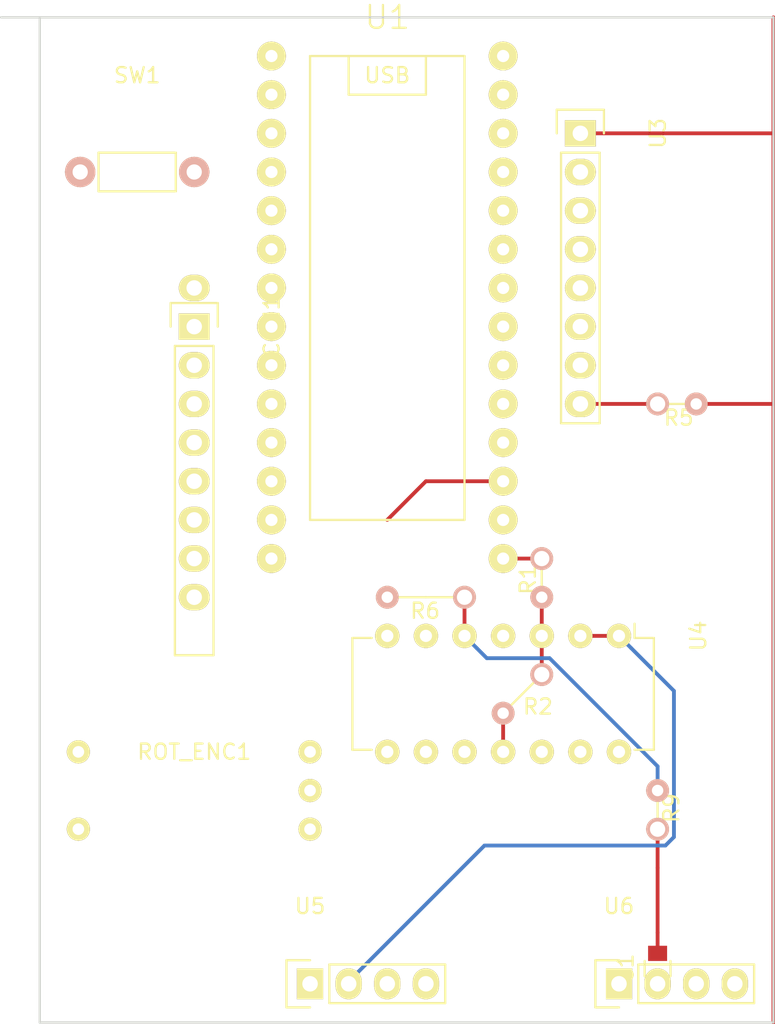
<source format=kicad_pcb>
(kicad_pcb (version 4) (host pcbnew "(2016-06-01 BZR 6866)-product")

  (general
    (links 40)
    (no_connects 28)
    (area 149.784999 12.624999 200.735001 78.815001)
    (thickness 1.6)
    (drawings 5)
    (tracks 29)
    (zones 0)
    (modules 14)
    (nets 27)
  )

  (page A4)
  (layers
    (0 F.Cu signal)
    (31 B.Cu signal)
    (32 B.Adhes user)
    (33 F.Adhes user)
    (34 B.Paste user)
    (35 F.Paste user)
    (36 B.SilkS user)
    (37 F.SilkS user)
    (38 B.Mask user)
    (39 F.Mask user)
    (40 Dwgs.User user)
    (41 Cmts.User user)
    (42 Eco1.User user)
    (43 Eco2.User user)
    (44 Edge.Cuts user)
    (45 Margin user)
    (46 B.CrtYd user)
    (47 F.CrtYd user)
    (48 B.Fab user)
    (49 F.Fab user)
  )

  (setup
    (last_trace_width 0.25)
    (trace_clearance 0.2)
    (zone_clearance 0.508)
    (zone_45_only no)
    (trace_min 0.2)
    (segment_width 0.2)
    (edge_width 0.15)
    (via_size 0.6)
    (via_drill 0.4)
    (via_min_size 0.4)
    (via_min_drill 0.3)
    (uvia_size 0.3)
    (uvia_drill 0.1)
    (uvias_allowed no)
    (uvia_min_size 0.2)
    (uvia_min_drill 0.1)
    (pcb_text_width 0.3)
    (pcb_text_size 1.5 1.5)
    (mod_edge_width 0.15)
    (mod_text_size 1 1)
    (mod_text_width 0.15)
    (pad_size 1.99898 1.99898)
    (pad_drill 1.00076)
    (pad_to_mask_clearance 0.2)
    (aux_axis_origin 0 0)
    (visible_elements 7FFFF7FF)
    (pcbplotparams
      (layerselection 0x00030_ffffffff)
      (usegerberextensions false)
      (excludeedgelayer true)
      (linewidth 0.100000)
      (plotframeref false)
      (viasonmask false)
      (mode 1)
      (useauxorigin false)
      (hpglpennumber 1)
      (hpglpenspeed 20)
      (hpglpendiameter 15)
      (psnegative false)
      (psa4output false)
      (plotreference true)
      (plotvalue true)
      (plotinvisibletext false)
      (padsonsilk false)
      (subtractmaskfromsilk false)
      (outputformat 1)
      (mirror false)
      (drillshape 1)
      (scaleselection 1)
      (outputdirectory ""))
  )

  (net 0 "")
  (net 1 "Net-(C1-Pad1)")
  (net 2 "Net-(C1-Pad2)")
  (net 3 "Net-(CON1-Pad1)")
  (net 4 "Net-(CON1-Pad2)")
  (net 5 GND)
  (net 6 +3V3)
  (net 7 "Net-(CON1-Pad7)")
  (net 8 "Net-(R1-Pad1)")
  (net 9 "Net-(R1-Pad2)")
  (net 10 "Net-(R3-Pad2)")
  (net 11 "Net-(SW1-Pad2)")
  (net 12 "Net-(U1-Pad18)")
  (net 13 "Net-(U1-Pad19)")
  (net 14 "Net-(U1-Pad20)")
  (net 15 "Net-(U1-Pad21)")
  (net 16 "Net-(U1-Pad22)")
  (net 17 "Net-(U4-Pad1)")
  (net 18 "Net-(R7-Pad1)")
  (net 19 SCLK)
  (net 20 e2)
  (net 21 e1)
  (net 22 eb)
  (net 23 "Net-(R6-Pad1)")
  (net 24 GNDREF)
  (net 25 "Net-(R6-Pad2)")
  (net 26 "Net-(R5-Pad1)")

  (net_class Default "This is the default net class."
    (clearance 0.2)
    (trace_width 0.25)
    (via_dia 0.6)
    (via_drill 0.4)
    (uvia_dia 0.3)
    (uvia_drill 0.1)
    (add_net +3V3)
    (add_net GND)
    (add_net GNDREF)
    (add_net "Net-(C1-Pad1)")
    (add_net "Net-(C1-Pad2)")
    (add_net "Net-(CON1-Pad1)")
    (add_net "Net-(CON1-Pad2)")
    (add_net "Net-(CON1-Pad7)")
    (add_net "Net-(R1-Pad1)")
    (add_net "Net-(R1-Pad2)")
    (add_net "Net-(R3-Pad2)")
    (add_net "Net-(R5-Pad1)")
    (add_net "Net-(R6-Pad1)")
    (add_net "Net-(R6-Pad2)")
    (add_net "Net-(R7-Pad1)")
    (add_net "Net-(SW1-Pad2)")
    (add_net "Net-(U1-Pad18)")
    (add_net "Net-(U1-Pad19)")
    (add_net "Net-(U1-Pad20)")
    (add_net "Net-(U1-Pad21)")
    (add_net "Net-(U1-Pad22)")
    (add_net "Net-(U4-Pad1)")
    (add_net SCLK)
    (add_net e1)
    (add_net e2)
    (add_net eb)
  )

  (module atom:Resistor_Breadboard (layer F.Cu) (tedit 57541A3A) (tstamp 57541AF9)
    (at 185.42 50.8 270)
    (descr "Resistor, Vertical, RM 7.5mm,")
    (tags "Resistor, Vertical, RM 7.5mm,")
    (path /574CD076)
    (fp_text reference R1 (at -1.15 0.91 270) (layer F.SilkS)
      (effects (font (size 1 1) (thickness 0.15)))
    )
    (fp_text value R (at -1.19 -0.78 270) (layer F.Fab)
      (effects (font (size 1 1) (thickness 0.15)))
    )
    (fp_line (start -2.54 0) (end 0 0) (layer F.SilkS) (width 0.15))
    (pad 1 thru_hole circle (at -2.54 0 270) (size 1.5 1.5) (drill 1.00076) (layers *.Cu *.SilkS *.Mask)
      (net 8 "Net-(R1-Pad1)"))
    (pad 2 thru_hole circle (at 0 0 270) (size 1.5 1.5) (drill 0.75) (layers *.Cu *.SilkS *.Mask)
      (net 9 "Net-(R1-Pad2)"))
  )

  (module atom:Resistor_Breadboard-diag (layer F.Cu) (tedit 57541CB0) (tstamp 57541AFF)
    (at 182.88 58.42 180)
    (descr "Resistor, Vertical, RM 7.5mm,")
    (tags "Resistor, Vertical, RM 7.5mm,")
    (path /574CD0E4)
    (fp_text reference R2 (at -2.29 0.43 180) (layer F.SilkS)
      (effects (font (size 1 1) (thickness 0.15)))
    )
    (fp_text value R (at -0.67 1.89 180) (layer F.Fab)
      (effects (font (size 1 1) (thickness 0.15)))
    )
    (fp_line (start 0 0) (end -2.54 2.54) (layer F.SilkS) (width 0.15))
    (pad 1 thru_hole circle (at -2.54 2.54 180) (size 1.5 1.5) (drill 1.00076) (layers *.Cu *.SilkS *.Mask)
      (net 9 "Net-(R1-Pad2)"))
    (pad 2 thru_hole circle (at 0 0 180) (size 1.5 1.5) (drill 0.75) (layers *.Cu *.SilkS *.Mask)
      (net 5 GND))
  )

  (module atom:Resistor_Breadboard (layer F.Cu) (tedit 57541A3A) (tstamp 57541B11)
    (at 195.58 38.1)
    (descr "Resistor, Vertical, RM 7.5mm,")
    (tags "Resistor, Vertical, RM 7.5mm,")
    (path /575472B2)
    (fp_text reference R5 (at -1.15 0.91) (layer F.SilkS)
      (effects (font (size 1 1) (thickness 0.15)))
    )
    (fp_text value R (at -1.19 -0.78) (layer F.Fab)
      (effects (font (size 1 1) (thickness 0.15)))
    )
    (fp_line (start -2.54 0) (end 0 0) (layer F.SilkS) (width 0.15))
    (pad 1 thru_hole circle (at -2.54 0) (size 1.5 1.5) (drill 1.00076) (layers *.Cu *.SilkS *.Mask)
      (net 26 "Net-(R5-Pad1)"))
    (pad 2 thru_hole circle (at 0 0) (size 1.5 1.5) (drill 0.75) (layers *.Cu *.SilkS *.Mask)
      (net 6 +3V3))
  )

  (module atom:Resistor_Breadboard (layer F.Cu) (tedit 57541A3A) (tstamp 57541B29)
    (at 193.04 63.5 90)
    (descr "Resistor, Vertical, RM 7.5mm,")
    (tags "Resistor, Vertical, RM 7.5mm,")
    (path /574E24ED)
    (fp_text reference R9 (at -1.15 0.91 90) (layer F.SilkS)
      (effects (font (size 1 1) (thickness 0.15)))
    )
    (fp_text value 10k (at -1.19 -0.78 90) (layer F.Fab)
      (effects (font (size 1 1) (thickness 0.15)))
    )
    (fp_line (start -2.54 0) (end 0 0) (layer F.SilkS) (width 0.15))
    (pad 1 thru_hole circle (at -2.54 0 90) (size 1.5 1.5) (drill 1.00076) (layers *.Cu *.SilkS *.Mask)
      (net 2 "Net-(C1-Pad2)"))
    (pad 2 thru_hole circle (at 0 0 90) (size 1.5 1.5) (drill 0.75) (layers *.Cu *.SilkS *.Mask)
      (net 23 "Net-(R6-Pad1)"))
  )

  (module atom:Resistor_Vertical_RM7.5mm-noCircle (layer F.Cu) (tedit 574E08FA) (tstamp 574E0CAD)
    (at 158.80842 22.86)
    (descr "Resistor, Vertical, RM 7.5mm,")
    (tags "Resistor, Vertical, RM 7.5mm,")
    (path /574C981C)
    (fp_text reference SW1 (at 0 -6.35) (layer F.SilkS)
      (effects (font (size 1 1) (thickness 0.15)))
    )
    (fp_text value BACK (at 0 7.50062) (layer F.Fab)
      (effects (font (size 1 1) (thickness 0.15)))
    )
    (fp_line (start -2.54 -1.27) (end 2.54 -1.27) (layer F.SilkS) (width 0.15))
    (fp_line (start -2.54 1.27) (end -2.54 -1.27) (layer F.SilkS) (width 0.15))
    (fp_line (start 2.54 1.27) (end -2.54 1.27) (layer F.SilkS) (width 0.15))
    (fp_line (start 2.54 -1.27) (end 2.54 1.27) (layer F.SilkS) (width 0.15))
    (pad 1 thru_hole circle (at -3.74904 0) (size 1.99898 1.99898) (drill 1.00076) (layers *.Cu *.SilkS *.Mask)
      (net 5 GND))
    (pad 2 thru_hole circle (at 3.75158 0) (size 1.99898 1.99898) (drill 1.00076) (layers *.Cu *.SilkS *.Mask)
      (net 11 "Net-(SW1-Pad2)"))
  )

  (module Capacitors_SMD:C_0805 (layer F.Cu) (tedit 5415D6EA) (tstamp 57541AF3)
    (at 193.04 75.2 90)
    (descr "Capacitor SMD 0805, reflow soldering, AVX (see smccp.pdf)")
    (tags "capacitor 0805")
    (path /5754CA1E)
    (attr smd)
    (fp_text reference C1 (at 0 -2.1 90) (layer F.SilkS)
      (effects (font (size 1 1) (thickness 0.15)))
    )
    (fp_text value 100n (at 0 2.1 90) (layer F.Fab)
      (effects (font (size 1 1) (thickness 0.15)))
    )
    (fp_line (start -1.8 -1) (end 1.8 -1) (layer F.CrtYd) (width 0.05))
    (fp_line (start -1.8 1) (end 1.8 1) (layer F.CrtYd) (width 0.05))
    (fp_line (start -1.8 -1) (end -1.8 1) (layer F.CrtYd) (width 0.05))
    (fp_line (start 1.8 -1) (end 1.8 1) (layer F.CrtYd) (width 0.05))
    (fp_line (start 0.5 -0.85) (end -0.5 -0.85) (layer F.SilkS) (width 0.15))
    (fp_line (start -0.5 0.85) (end 0.5 0.85) (layer F.SilkS) (width 0.15))
    (pad 1 smd rect (at -1 0 90) (size 1 1.25) (layers F.Cu F.Paste F.Mask)
      (net 1 "Net-(C1-Pad1)"))
    (pad 2 smd rect (at 1 0 90) (size 1 1.25) (layers F.Cu F.Paste F.Mask)
      (net 2 "Net-(C1-Pad2)"))
    (model Capacitors_SMD.3dshapes/C_0805.wrl
      (at (xyz 0 0 0))
      (scale (xyz 1 1 1))
      (rotate (xyz 0 0 0))
    )
  )

  (module Housings_DIP:DIP-14_W7.62mm (layer F.Cu) (tedit 54130A77) (tstamp 57541B41)
    (at 190.5 53.34 270)
    (descr "14-lead dip package, row spacing 7.62 mm (300 mils)")
    (tags "dil dip 2.54 300")
    (path /574CA9EE)
    (fp_text reference U4 (at 0 -5.22 270) (layer F.SilkS)
      (effects (font (size 1 1) (thickness 0.15)))
    )
    (fp_text value TLC274 (at 0 -3.72 270) (layer F.Fab)
      (effects (font (size 1 1) (thickness 0.15)))
    )
    (fp_line (start -1.05 -2.45) (end -1.05 17.7) (layer F.CrtYd) (width 0.05))
    (fp_line (start 8.65 -2.45) (end 8.65 17.7) (layer F.CrtYd) (width 0.05))
    (fp_line (start -1.05 -2.45) (end 8.65 -2.45) (layer F.CrtYd) (width 0.05))
    (fp_line (start -1.05 17.7) (end 8.65 17.7) (layer F.CrtYd) (width 0.05))
    (fp_line (start 0.135 -2.295) (end 0.135 -1.025) (layer F.SilkS) (width 0.15))
    (fp_line (start 7.485 -2.295) (end 7.485 -1.025) (layer F.SilkS) (width 0.15))
    (fp_line (start 7.485 17.535) (end 7.485 16.265) (layer F.SilkS) (width 0.15))
    (fp_line (start 0.135 17.535) (end 0.135 16.265) (layer F.SilkS) (width 0.15))
    (fp_line (start 0.135 -2.295) (end 7.485 -2.295) (layer F.SilkS) (width 0.15))
    (fp_line (start 0.135 17.535) (end 7.485 17.535) (layer F.SilkS) (width 0.15))
    (fp_line (start 0.135 -1.025) (end -0.8 -1.025) (layer F.SilkS) (width 0.15))
    (pad 1 thru_hole oval (at 0 0 270) (size 1.6 1.6) (drill 0.8) (layers *.Cu *.Mask F.SilkS)
      (net 17 "Net-(U4-Pad1)"))
    (pad 2 thru_hole oval (at 0 2.54 270) (size 1.6 1.6) (drill 0.8) (layers *.Cu *.Mask F.SilkS)
      (net 17 "Net-(U4-Pad1)"))
    (pad 3 thru_hole oval (at 0 5.08 270) (size 1.6 1.6) (drill 0.8) (layers *.Cu *.Mask F.SilkS)
      (net 9 "Net-(R1-Pad2)"))
    (pad 4 thru_hole oval (at 0 7.62 270) (size 1.6 1.6) (drill 0.8) (layers *.Cu *.Mask F.SilkS)
      (net 6 +3V3))
    (pad 5 thru_hole oval (at 0 10.16 270) (size 1.6 1.6) (drill 0.8) (layers *.Cu *.Mask F.SilkS)
      (net 23 "Net-(R6-Pad1)"))
    (pad 6 thru_hole oval (at 0 12.7 270) (size 1.6 1.6) (drill 0.8) (layers *.Cu *.Mask F.SilkS)
      (net 18 "Net-(R7-Pad1)"))
    (pad 7 thru_hole oval (at 0 15.24 270) (size 1.6 1.6) (drill 0.8) (layers *.Cu *.Mask F.SilkS)
      (net 25 "Net-(R6-Pad2)"))
    (pad 8 thru_hole oval (at 7.62 15.24 270) (size 1.6 1.6) (drill 0.8) (layers *.Cu *.Mask F.SilkS)
      (net 24 GNDREF))
    (pad 9 thru_hole oval (at 7.62 12.7 270) (size 1.6 1.6) (drill 0.8) (layers *.Cu *.Mask F.SilkS)
      (net 24 GNDREF))
    (pad 10 thru_hole oval (at 7.62 10.16 270) (size 1.6 1.6) (drill 0.8) (layers *.Cu *.Mask F.SilkS)
      (net 10 "Net-(R3-Pad2)"))
    (pad 11 thru_hole oval (at 7.62 7.62 270) (size 1.6 1.6) (drill 0.8) (layers *.Cu *.Mask F.SilkS)
      (net 5 GND))
    (pad 12 thru_hole oval (at 7.62 5.08 270) (size 1.6 1.6) (drill 0.8) (layers *.Cu *.Mask F.SilkS))
    (pad 13 thru_hole oval (at 7.62 2.54 270) (size 1.6 1.6) (drill 0.8) (layers *.Cu *.Mask F.SilkS))
    (pad 14 thru_hole oval (at 7.62 0 270) (size 1.6 1.6) (drill 0.8) (layers *.Cu *.Mask F.SilkS))
    (model Housings_DIP.3dshapes/DIP-14_W7.62mm.wrl
      (at (xyz 0 0 0))
      (scale (xyz 1 1 1))
      (rotate (xyz 0 0 0))
    )
  )

  (module Socket_Strips:Socket_Strip_Straight_1x04 (layer F.Cu) (tedit 0) (tstamp 57541B49)
    (at 170.18 76.2)
    (descr "Through hole socket strip")
    (tags "socket strip")
    (path /574CA961)
    (fp_text reference U5 (at 0 -5.1) (layer F.SilkS)
      (effects (font (size 1 1) (thickness 0.15)))
    )
    (fp_text value monoAudio (at 0 -3.1) (layer F.Fab)
      (effects (font (size 1 1) (thickness 0.15)))
    )
    (fp_line (start -1.75 -1.75) (end -1.75 1.75) (layer F.CrtYd) (width 0.05))
    (fp_line (start 9.4 -1.75) (end 9.4 1.75) (layer F.CrtYd) (width 0.05))
    (fp_line (start -1.75 -1.75) (end 9.4 -1.75) (layer F.CrtYd) (width 0.05))
    (fp_line (start -1.75 1.75) (end 9.4 1.75) (layer F.CrtYd) (width 0.05))
    (fp_line (start 1.27 -1.27) (end 8.89 -1.27) (layer F.SilkS) (width 0.15))
    (fp_line (start 1.27 1.27) (end 8.89 1.27) (layer F.SilkS) (width 0.15))
    (fp_line (start -1.55 1.55) (end 0 1.55) (layer F.SilkS) (width 0.15))
    (fp_line (start 8.89 -1.27) (end 8.89 1.27) (layer F.SilkS) (width 0.15))
    (fp_line (start 1.27 1.27) (end 1.27 -1.27) (layer F.SilkS) (width 0.15))
    (fp_line (start 0 -1.55) (end -1.55 -1.55) (layer F.SilkS) (width 0.15))
    (fp_line (start -1.55 -1.55) (end -1.55 1.55) (layer F.SilkS) (width 0.15))
    (pad 1 thru_hole rect (at 0 0) (size 1.7272 2.032) (drill 1.016) (layers *.Cu *.Mask F.SilkS)
      (net 5 GND))
    (pad 2 thru_hole oval (at 2.54 0) (size 1.7272 2.032) (drill 1.016) (layers *.Cu *.Mask F.SilkS)
      (net 17 "Net-(U4-Pad1)"))
    (pad 3 thru_hole oval (at 5.08 0) (size 1.7272 2.032) (drill 1.016) (layers *.Cu *.Mask F.SilkS))
    (pad 4 thru_hole oval (at 7.62 0) (size 1.7272 2.032) (drill 1.016) (layers *.Cu *.Mask F.SilkS))
    (model Socket_Strips.3dshapes/Socket_Strip_Straight_1x04.wrl
      (at (xyz 0.15 0 0))
      (scale (xyz 1 1 1))
      (rotate (xyz 0 0 180))
    )
  )

  (module Socket_Strips:Socket_Strip_Straight_1x04 (layer F.Cu) (tedit 0) (tstamp 57541B51)
    (at 190.5 76.2)
    (descr "Through hole socket strip")
    (tags "socket strip")
    (path /574CA9AE)
    (fp_text reference U6 (at 0 -5.1) (layer F.SilkS)
      (effects (font (size 1 1) (thickness 0.15)))
    )
    (fp_text value monoAudio (at 0 -3.1) (layer F.Fab)
      (effects (font (size 1 1) (thickness 0.15)))
    )
    (fp_line (start -1.75 -1.75) (end -1.75 1.75) (layer F.CrtYd) (width 0.05))
    (fp_line (start 9.4 -1.75) (end 9.4 1.75) (layer F.CrtYd) (width 0.05))
    (fp_line (start -1.75 -1.75) (end 9.4 -1.75) (layer F.CrtYd) (width 0.05))
    (fp_line (start -1.75 1.75) (end 9.4 1.75) (layer F.CrtYd) (width 0.05))
    (fp_line (start 1.27 -1.27) (end 8.89 -1.27) (layer F.SilkS) (width 0.15))
    (fp_line (start 1.27 1.27) (end 8.89 1.27) (layer F.SilkS) (width 0.15))
    (fp_line (start -1.55 1.55) (end 0 1.55) (layer F.SilkS) (width 0.15))
    (fp_line (start 8.89 -1.27) (end 8.89 1.27) (layer F.SilkS) (width 0.15))
    (fp_line (start 1.27 1.27) (end 1.27 -1.27) (layer F.SilkS) (width 0.15))
    (fp_line (start 0 -1.55) (end -1.55 -1.55) (layer F.SilkS) (width 0.15))
    (fp_line (start -1.55 -1.55) (end -1.55 1.55) (layer F.SilkS) (width 0.15))
    (pad 1 thru_hole rect (at 0 0) (size 1.7272 2.032) (drill 1.016) (layers *.Cu *.Mask F.SilkS)
      (net 5 GND))
    (pad 2 thru_hole oval (at 2.54 0) (size 1.7272 2.032) (drill 1.016) (layers *.Cu *.Mask F.SilkS)
      (net 1 "Net-(C1-Pad1)"))
    (pad 3 thru_hole oval (at 5.08 0) (size 1.7272 2.032) (drill 1.016) (layers *.Cu *.Mask F.SilkS))
    (pad 4 thru_hole oval (at 7.62 0) (size 1.7272 2.032) (drill 1.016) (layers *.Cu *.Mask F.SilkS))
    (model Socket_Strips.3dshapes/Socket_Strip_Straight_1x04.wrl
      (at (xyz 0.15 0 0))
      (scale (xyz 1 1 1))
      (rotate (xyz 0 0 180))
    )
  )

  (module atom:RotaryEnc (layer F.Cu) (tedit 574DF37A) (tstamp 574DF65B)
    (at 162.56 63.5 180)
    (path /574DB1FB)
    (fp_text reference ROT_ENC1 (at 0 2.54 180) (layer F.SilkS)
      (effects (font (size 1 1) (thickness 0.15)))
    )
    (fp_text value AB2_ROTARY_ENCODER_W_SW (at 0 -2.54 180) (layer F.Fab)
      (effects (font (size 1 1) (thickness 0.15)))
    )
    (pad 1 thru_hole circle (at -7.62 -2.54 180) (size 1.524 1.524) (drill 0.762) (layers *.Cu *.Mask F.SilkS)
      (net 20 e2))
    (pad 2 thru_hole circle (at -7.62 0 180) (size 1.524 1.524) (drill 0.762) (layers *.Cu *.Mask F.SilkS)
      (net 5 GND))
    (pad 3 thru_hole circle (at -7.62 2.54 180) (size 1.524 1.524) (drill 0.762) (layers *.Cu *.Mask F.SilkS)
      (net 21 e1))
    (pad 4 thru_hole circle (at 7.62 -2.54 180) (size 1.524 1.524) (drill 0.762) (layers *.Cu *.Mask F.SilkS)
      (net 5 GND))
    (pad 5 thru_hole circle (at 7.62 2.54 180) (size 1.524 1.524) (drill 0.762) (layers *.Cu *.Mask F.SilkS)
      (net 22 eb))
  )

  (module Teensy-3:Teensy-3.1 (layer F.Cu) (tedit 574DF648) (tstamp 574DF687)
    (at 167.64 17.78 270)
    (path /574C7C69)
    (fp_text reference U1 (at -5.08 -7.62) (layer F.SilkS)
      (effects (font (size 1.5 1.5) (thickness 0.15)))
    )
    (fp_text value Teensy_3.1 (at 5.08 -10.16 270) (layer F.Fab)
      (effects (font (size 1.5 1.5) (thickness 0.15)))
    )
    (fp_text user USB (at -1.27 -7.62) (layer F.SilkS)
      (effects (font (size 1 1) (thickness 0.15)))
    )
    (fp_line (start -2.54 -5.08) (end 0 -5.08) (layer F.SilkS) (width 0.15))
    (fp_line (start 0 -5.08) (end 0 -10.16) (layer F.SilkS) (width 0.15))
    (fp_line (start 0 -10.16) (end -2.54 -10.16) (layer F.SilkS) (width 0.15))
    (fp_line (start -2.54 -12.7) (end 27.94 -12.7) (layer F.SilkS) (width 0.15))
    (fp_line (start 27.94 -12.7) (end 27.94 -2.54) (layer F.SilkS) (width 0.15))
    (fp_line (start 27.94 -2.54) (end -2.54 -2.54) (layer F.SilkS) (width 0.15))
    (fp_line (start -2.54 -2.54) (end -2.54 -12.7) (layer F.SilkS) (width 0.15))
    (pad 0 thru_hole circle (at 0 0 270) (size 1.9 1.9) (drill 0.8) (layers *.Cu *.Mask F.SilkS))
    (pad 1 thru_hole circle (at 2.54 0 270) (size 1.9 1.9) (drill 0.8) (layers *.Cu *.Mask F.SilkS))
    (pad 2 thru_hole circle (at 5.08 0 270) (size 1.9 1.9) (drill 0.8) (layers *.Cu *.Mask F.SilkS)
      (net 11 "Net-(SW1-Pad2)"))
    (pad 3 thru_hole circle (at 7.62 0 270) (size 1.9 1.9) (drill 0.8) (layers *.Cu *.Mask F.SilkS))
    (pad 4 thru_hole circle (at 10.16 0 270) (size 1.9 1.9) (drill 0.8) (layers *.Cu *.Mask F.SilkS))
    (pad 5 thru_hole circle (at 12.7 0 270) (size 1.9 1.9) (drill 0.8) (layers *.Cu *.Mask F.SilkS))
    (pad 6 thru_hole circle (at 15.24 0 270) (size 1.9 1.9) (drill 0.8) (layers *.Cu *.Mask F.SilkS)
      (net 3 "Net-(CON1-Pad1)"))
    (pad 7 thru_hole circle (at 17.78 0 270) (size 1.9 1.9) (drill 0.8) (layers *.Cu *.Mask F.SilkS)
      (net 4 "Net-(CON1-Pad2)"))
    (pad 8 thru_hole circle (at 20.32 0 270) (size 1.9 1.9) (drill 0.8) (layers *.Cu *.Mask F.SilkS))
    (pad 9 thru_hole circle (at 22.86 0 270) (size 1.9 1.9) (drill 0.8) (layers *.Cu *.Mask F.SilkS)
      (net 21 e1))
    (pad 10 thru_hole circle (at 25.4 0 270) (size 1.9 1.9) (drill 0.8) (layers *.Cu *.Mask F.SilkS)
      (net 20 e2))
    (pad 11 thru_hole circle (at 27.94 0 270) (size 1.9 1.9) (drill 0.8) (layers *.Cu *.Mask F.SilkS)
      (net 22 eb))
    (pad 12 thru_hole circle (at 30.48 0 270) (size 1.9 1.9) (drill 0.8) (layers *.Cu *.Mask F.SilkS)
      (net 7 "Net-(CON1-Pad7)"))
    (pad 13 thru_hole circle (at 30.48 -15.24 270) (size 1.9 1.9) (drill 0.8) (layers *.Cu *.Mask F.SilkS)
      (net 8 "Net-(R1-Pad1)"))
    (pad 14 thru_hole circle (at 27.94 -15.24 270) (size 1.9 1.9) (drill 0.8) (layers *.Cu *.Mask F.SilkS)
      (net 19 SCLK))
    (pad 15 thru_hole circle (at 25.4 -15.24 270) (size 1.9 1.9) (drill 0.8) (layers *.Cu *.Mask F.SilkS)
      (net 25 "Net-(R6-Pad2)"))
    (pad 16 thru_hole circle (at 22.86 -15.24 270) (size 1.9 1.9) (drill 0.8) (layers *.Cu *.Mask F.SilkS))
    (pad 17 thru_hole circle (at 20.32 -15.24 270) (size 1.9 1.9) (drill 0.8) (layers *.Cu *.Mask F.SilkS))
    (pad 18 thru_hole circle (at 17.78 -15.24 270) (size 1.9 1.9) (drill 0.8) (layers *.Cu *.Mask F.SilkS)
      (net 12 "Net-(U1-Pad18)"))
    (pad 19 thru_hole circle (at 15.24 -15.24 270) (size 1.9 1.9) (drill 0.8) (layers *.Cu *.Mask F.SilkS)
      (net 13 "Net-(U1-Pad19)"))
    (pad 20 thru_hole circle (at 12.7 -15.24 270) (size 1.9 1.9) (drill 0.8) (layers *.Cu *.Mask F.SilkS)
      (net 14 "Net-(U1-Pad20)"))
    (pad 21 thru_hole circle (at 10.16 -15.24 270) (size 1.9 1.9) (drill 0.8) (layers *.Cu *.Mask F.SilkS)
      (net 15 "Net-(U1-Pad21)"))
    (pad 22 thru_hole circle (at 7.62 -15.24 270) (size 1.9 1.9) (drill 0.8) (layers *.Cu *.Mask F.SilkS)
      (net 16 "Net-(U1-Pad22)"))
    (pad 23 thru_hole circle (at 5.08 -15.24 270) (size 1.9 1.9) (drill 0.8) (layers *.Cu *.Mask F.SilkS))
    (pad 24 thru_hole circle (at 2.54 -15.24 270) (size 1.9 1.9) (drill 0.8) (layers *.Cu *.Mask F.SilkS)
      (net 6 +3V3))
    (pad 25 thru_hole circle (at 0 -15.24 270) (size 1.9 1.9) (drill 0.8) (layers *.Cu *.Mask F.SilkS))
    (pad 26 thru_hole circle (at -2.54 -15.24 270) (size 1.9 1.9) (drill 0.8) (layers *.Cu *.Mask F.SilkS))
    (pad 27 thru_hole circle (at -2.54 0 270) (size 1.9 1.9) (drill 0.8) (layers *.Cu *.Mask F.SilkS)
      (net 5 GND))
  )

  (module Socket_Strips:Socket_Strip_Straight_1x08 (layer F.Cu) (tedit 0) (tstamp 574DF69F)
    (at 187.96 20.32 270)
    (descr "Through hole socket strip")
    (tags "socket strip")
    (path /574C7C95)
    (fp_text reference U3 (at 0 -5.1 270) (layer F.SilkS)
      (effects (font (size 1 1) (thickness 0.15)))
    )
    (fp_text value nokia5110 (at 0 -3.1 270) (layer F.Fab)
      (effects (font (size 1 1) (thickness 0.15)))
    )
    (fp_line (start -1.75 -1.75) (end -1.75 1.75) (layer F.CrtYd) (width 0.05))
    (fp_line (start 19.55 -1.75) (end 19.55 1.75) (layer F.CrtYd) (width 0.05))
    (fp_line (start -1.75 -1.75) (end 19.55 -1.75) (layer F.CrtYd) (width 0.05))
    (fp_line (start -1.75 1.75) (end 19.55 1.75) (layer F.CrtYd) (width 0.05))
    (fp_line (start 1.27 1.27) (end 19.05 1.27) (layer F.SilkS) (width 0.15))
    (fp_line (start 19.05 1.27) (end 19.05 -1.27) (layer F.SilkS) (width 0.15))
    (fp_line (start 19.05 -1.27) (end 1.27 -1.27) (layer F.SilkS) (width 0.15))
    (fp_line (start -1.55 1.55) (end 0 1.55) (layer F.SilkS) (width 0.15))
    (fp_line (start 1.27 1.27) (end 1.27 -1.27) (layer F.SilkS) (width 0.15))
    (fp_line (start 0 -1.55) (end -1.55 -1.55) (layer F.SilkS) (width 0.15))
    (fp_line (start -1.55 -1.55) (end -1.55 1.55) (layer F.SilkS) (width 0.15))
    (pad 1 thru_hole rect (at 0 0 270) (size 1.7272 2.032) (drill 1.016) (layers *.Cu *.Mask F.SilkS)
      (net 6 +3V3))
    (pad 2 thru_hole oval (at 2.54 0 270) (size 1.7272 2.032) (drill 1.016) (layers *.Cu *.Mask F.SilkS)
      (net 5 GND))
    (pad 3 thru_hole oval (at 5.08 0 270) (size 1.7272 2.032) (drill 1.016) (layers *.Cu *.Mask F.SilkS)
      (net 16 "Net-(U1-Pad22)"))
    (pad 4 thru_hole oval (at 7.62 0 270) (size 1.7272 2.032) (drill 1.016) (layers *.Cu *.Mask F.SilkS)
      (net 15 "Net-(U1-Pad21)"))
    (pad 5 thru_hole oval (at 10.16 0 270) (size 1.7272 2.032) (drill 1.016) (layers *.Cu *.Mask F.SilkS)
      (net 14 "Net-(U1-Pad20)"))
    (pad 6 thru_hole oval (at 12.7 0 270) (size 1.7272 2.032) (drill 1.016) (layers *.Cu *.Mask F.SilkS)
      (net 13 "Net-(U1-Pad19)"))
    (pad 7 thru_hole oval (at 15.24 0 270) (size 1.7272 2.032) (drill 1.016) (layers *.Cu *.Mask F.SilkS)
      (net 12 "Net-(U1-Pad18)"))
    (pad 8 thru_hole oval (at 17.78 0 270) (size 1.7272 2.032) (drill 1.016) (layers *.Cu *.Mask F.SilkS)
      (net 26 "Net-(R5-Pad1)"))
    (model Socket_Strips.3dshapes/Socket_Strip_Straight_1x08.wrl
      (at (xyz 0.35 0 0))
      (scale (xyz 1 1 1))
      (rotate (xyz 0 0 180))
    )
  )

  (module atom:Socket_Strip_Straight_1x09-swapped (layer F.Cu) (tedit 0) (tstamp 574E10B8)
    (at 162.56 33.02 270)
    (descr "Through hole socket strip")
    (tags "socket strip")
    (path /574C7309)
    (fp_text reference CON1 (at 0 -5.1 270) (layer F.SilkS)
      (effects (font (size 1 1) (thickness 0.15)))
    )
    (fp_text value Backwards_SD_Card (at 0 -3.1 270) (layer F.Fab)
      (effects (font (size 1 1) (thickness 0.15)))
    )
    (fp_line (start -1.75 -1.75) (end -1.75 1.75) (layer F.CrtYd) (width 0.05))
    (fp_line (start 22.1 -1.75) (end 22.1 1.75) (layer F.CrtYd) (width 0.05))
    (fp_line (start -1.75 -1.75) (end 22.1 -1.75) (layer F.CrtYd) (width 0.05))
    (fp_line (start -1.75 1.75) (end 22.1 1.75) (layer F.CrtYd) (width 0.05))
    (fp_line (start 1.27 1.27) (end 21.59 1.27) (layer F.SilkS) (width 0.15))
    (fp_line (start 21.59 1.27) (end 21.59 -1.27) (layer F.SilkS) (width 0.15))
    (fp_line (start 21.59 -1.27) (end 1.27 -1.27) (layer F.SilkS) (width 0.15))
    (fp_line (start -1.55 1.55) (end 0 1.55) (layer F.SilkS) (width 0.15))
    (fp_line (start 1.27 1.27) (end 1.27 -1.27) (layer F.SilkS) (width 0.15))
    (fp_line (start 0 -1.55) (end -1.55 -1.55) (layer F.SilkS) (width 0.15))
    (fp_line (start -1.55 -1.55) (end -1.55 1.55) (layer F.SilkS) (width 0.15))
    (pad 1 thru_hole rect (at 0 0 270) (size 1.7272 2.032) (drill 1.016) (layers *.Cu *.Mask F.SilkS)
      (net 3 "Net-(CON1-Pad1)"))
    (pad 2 thru_hole oval (at 2.54 0 270) (size 1.7272 2.032) (drill 1.016) (layers *.Cu *.Mask F.SilkS)
      (net 4 "Net-(CON1-Pad2)"))
    (pad 3 thru_hole oval (at 5.08 0 270) (size 1.7272 2.032) (drill 1.016) (layers *.Cu *.Mask F.SilkS)
      (net 5 GND))
    (pad 4 thru_hole oval (at 7.62 0 270) (size 1.7272 2.032) (drill 1.016) (layers *.Cu *.Mask F.SilkS)
      (net 6 +3V3))
    (pad 5 thru_hole oval (at 10.16 0 270) (size 1.7272 2.032) (drill 1.016) (layers *.Cu *.Mask F.SilkS)
      (net 19 SCLK))
    (pad 6 thru_hole oval (at 12.7 0 270) (size 1.7272 2.032) (drill 1.016) (layers *.Cu *.Mask F.SilkS)
      (net 5 GND))
    (pad 7 thru_hole oval (at 15.24 0 270) (size 1.7272 2.032) (drill 1.016) (layers *.Cu *.Mask F.SilkS)
      (net 7 "Net-(CON1-Pad7)"))
    (pad 8 thru_hole oval (at 17.78 0 270) (size 1.7272 2.032) (drill 1.016) (layers *.Cu *.Mask F.SilkS))
    (pad 9 thru_hole oval (at -2.54 0 270) (size 1.7272 2.032) (drill 1.016) (layers *.Cu *.Mask F.SilkS))
    (model Socket_Strips.3dshapes/Socket_Strip_Straight_1x09.wrl
      (at (xyz 0.4 0 0))
      (scale (xyz 1 1 1))
      (rotate (xyz 0 0 180))
    )
  )

  (module atom:Resistor_Breadboard-3 (layer F.Cu) (tedit 57541A3A) (tstamp 57541B17)
    (at 177.8 50.8 180)
    (descr "Resistor, Vertical, RM 7.5mm,")
    (tags "Resistor, Vertical, RM 7.5mm,")
    (path /5754D23D)
    (fp_text reference R6 (at 0.05 -0.9 180) (layer F.SilkS)
      (effects (font (size 1 1) (thickness 0.15)))
    )
    (fp_text value 100k (at 0.06 0.94 180) (layer F.Fab)
      (effects (font (size 1 1) (thickness 0.15)))
    )
    (fp_line (start 2.54 0) (end 0 0) (layer F.SilkS) (width 0.15))
    (fp_line (start -2.54 0) (end 0 0) (layer F.SilkS) (width 0.15))
    (pad 1 thru_hole circle (at -2.54 0 180) (size 1.5 1.5) (drill 1.00076) (layers *.Cu *.SilkS *.Mask)
      (net 23 "Net-(R6-Pad1)"))
    (pad 2 thru_hole circle (at 2.54 0 180) (size 1.5 1.5) (drill 0.75) (layers *.Cu *.SilkS *.Mask)
      (net 25 "Net-(R6-Pad2)"))
  )

  (gr_line (start 198.12 48.26) (end 185.42 48.26) (layer F.Mask) (width 0.2))
  (gr_line (start 152.4 78.74) (end 200.66 78.74) (layer Edge.Cuts) (width 0.15))
  (gr_line (start 152.4 78.74) (end 152.4 12.7) (layer Edge.Cuts) (width 0.15))
  (gr_line (start 200.66 12.7) (end 149.86 12.7) (layer Edge.Cuts) (width 0.15))
  (gr_line (start 200.66 78.74) (end 200.66 12.7) (layer Edge.Cuts) (width 0.15))

  (segment (start 193.04 66.04) (end 193.04 68.58) (width 0.25) (layer F.Cu) (net 2))
  (segment (start 193.04 68.58) (end 193.04 72.834999) (width 0.25) (layer F.Cu) (net 2))
  (segment (start 193.04 72.834999) (end 193.04 74.2) (width 0.25) (layer F.Cu) (net 2))
  (segment (start 182.88 58.42) (end 182.88 60.96) (width 0.25) (layer F.Cu) (net 5))
  (segment (start 200.66 38.1) (end 200.66 78.74) (width 0.25) (layer F.Cu) (net 6))
  (segment (start 200.66 12.7) (end 200.66 20.32) (width 0.25) (layer F.Cu) (net 6))
  (segment (start 200.66 20.32) (end 200.66 38.1) (width 0.25) (layer F.Cu) (net 6))
  (segment (start 187.96 20.32) (end 200.66 20.32) (width 0.25) (layer F.Cu) (net 6))
  (segment (start 200.66 38.1) (end 195.58 38.1) (width 0.25) (layer F.Cu) (net 6))
  (segment (start 185.42 48.26) (end 182.88 48.26) (width 0.25) (layer F.Cu) (net 8))
  (segment (start 185.42 50.8) (end 185.42 53.34) (width 0.25) (layer F.Cu) (net 9))
  (segment (start 185.42 55.88) (end 185.42 53.34) (width 0.25) (layer F.Cu) (net 9))
  (segment (start 194.115001 66.556001) (end 194.115001 56.955001) (width 0.25) (layer B.Cu) (net 17))
  (segment (start 181.652599 67.115001) (end 193.556001 67.115001) (width 0.25) (layer B.Cu) (net 17))
  (segment (start 193.556001 67.115001) (end 194.115001 66.556001) (width 0.25) (layer B.Cu) (net 17))
  (segment (start 194.115001 56.955001) (end 191.299999 54.139999) (width 0.25) (layer B.Cu) (net 17))
  (segment (start 187.96 53.34) (end 190.5 53.34) (width 0.25) (layer F.Cu) (net 17))
  (segment (start 172.72 76.2) (end 172.72 76.0476) (width 0.25) (layer B.Cu) (net 17))
  (segment (start 172.72 76.0476) (end 181.652599 67.115001) (width 0.25) (layer B.Cu) (net 17))
  (segment (start 191.299999 54.139999) (end 190.5 53.34) (width 0.25) (layer B.Cu) (net 17))
  (segment (start 193.04 63.5) (end 193.04 61.908998) (width 0.25) (layer B.Cu) (net 23))
  (segment (start 193.04 61.908998) (end 185.936001 54.804999) (width 0.25) (layer B.Cu) (net 23))
  (segment (start 185.936001 54.804999) (end 181.804999 54.804999) (width 0.25) (layer B.Cu) (net 23))
  (segment (start 181.804999 54.804999) (end 181.139999 54.139999) (width 0.25) (layer B.Cu) (net 23))
  (segment (start 181.139999 54.139999) (end 180.34 53.34) (width 0.25) (layer B.Cu) (net 23))
  (segment (start 180.34 53.34) (end 180.34 50.8) (width 0.25) (layer F.Cu) (net 23))
  (segment (start 177.8 43.18) (end 182.88 43.18) (width 0.25) (layer F.Cu) (net 25))
  (segment (start 175.26 45.72) (end 177.8 43.18) (width 0.25) (layer F.Cu) (net 25))
  (segment (start 193.04 38.1) (end 187.96 38.1) (width 0.25) (layer F.Cu) (net 26))

)

</source>
